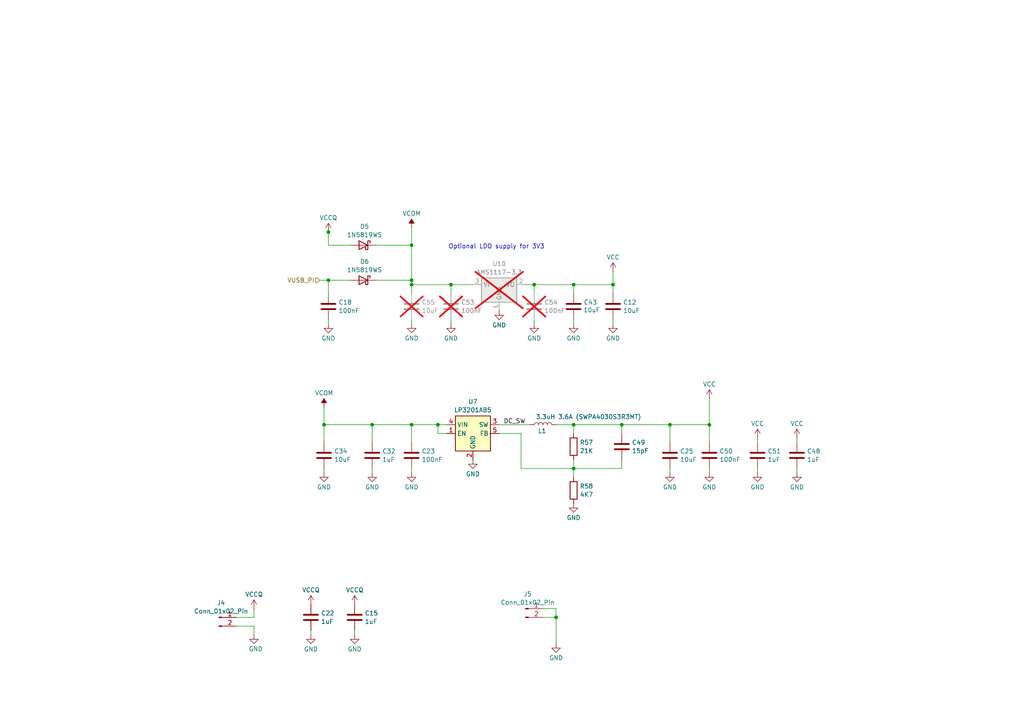
<source format=kicad_sch>
(kicad_sch (version 20250114) (generator "eeschema") (generator_version "9.0")
  (paper "A4")
  (lib_symbols
    (symbol "Connector:Conn_01x02_Pin" (pin_names (offset 1.016) (hide yes))
      (property "Reference" "J" (at 0 2.54 0))
      (property "Value" "Conn_01x02_Pin" (at 0 -5.08 0))
      (symbol "Conn_01x02_Pin_1_1"
        (rectangle (start 0.8636 0.127) (end 0 -0.127) (stroke (width 0.1524)) (fill (type outline)))
        (rectangle (start 0.8636 -2.413) (end 0 -2.667) (stroke (width 0.1524)) (fill (type outline)))
        (polyline (pts (xy 1.27 0) (xy 0.8636 0)) (stroke (width 0.1524)))
        (polyline (pts (xy 1.27 -2.54) (xy 0.8636 -2.54)) (stroke (width 0.1524)))
        (pin passive line (at 5.08 0 180) (length 3.81) (name "Pin_1") (number "1"))
        (pin passive line (at 5.08 -2.54 180) (length 3.81) (name "Pin_2") (number "2"))
      )
    )
    (symbol "Device:C" (pin_numbers (hide yes)) (pin_names (offset 0.254))
      (property "Reference" "C" (at 0.635 2.54 0))
      (property "Value" "C" (at 0.635 -2.54 0))
      (symbol "C_0_1"
        (polyline (pts (xy -2.032 0.762) (xy 2.032 0.762)) (stroke (width 0.508)))
        (polyline (pts (xy -2.032 -0.762) (xy 2.032 -0.762)) (stroke (width 0.508)))
      )
      (symbol "C_1_1"
        (pin passive line (at 0 3.81 270) (length 2.794) (name "~") (number "1"))
        (pin passive line (at 0 -3.81 90) (length 2.794) (name "~") (number "2"))
      )
    )
    (symbol "Device:L" (pin_numbers (hide yes)) (pin_names (offset 1.016) (hide yes))
      (property "Reference" "L" (at -1.27 0 90))
      (property "Value" "L" (at 1.905 0 90))
      (symbol "L_0_1"
        (arc (start 0 2.54) (mid 0.6323 1.905) (end 0 1.27))
        (arc (start 0 1.27) (mid 0.6323 0.635) (end 0 0))
        (arc (start 0 0) (mid 0.6323 -0.635) (end 0 -1.27))
        (arc (start 0 -1.27) (mid 0.6323 -1.905) (end 0 -2.54))
      )
      (symbol "L_1_1"
        (pin passive line (at 0 3.81 270) (length 1.27) (name "1") (number "1"))
        (pin passive line (at 0 -3.81 90) (length 1.27) (name "2") (number "2"))
      )
    )
    (symbol "Device:R" (pin_numbers (hide yes)) (pin_names (offset 0))
      (property "Reference" "R" (at 2.032 0 90))
      (property "Value" "R" (at 0 0 90))
      (symbol "R_0_1"
        (rectangle (start -1.016 -2.54) (end 1.016 2.54) (stroke (width 0.254)))
      )
      (symbol "R_1_1"
        (pin passive line (at 0 3.81 270) (length 1.27) (name "~") (number "1"))
        (pin passive line (at 0 -3.81 90) (length 1.27) (name "~") (number "2"))
      )
    )
    (symbol "Diode:1N5819WS" (pin_numbers (hide yes)) (pin_names (offset 1.016) (hide yes))
      (property "Reference" "D" (at 0 2.54 0))
      (property "Value" "1N5819WS" (at 0 -2.54 0))
      (symbol "1N5819WS_0_1"
        (polyline (pts (xy -1.905 0.635) (xy -1.905 1.27) (xy -1.27 1.27) (xy -1.27 -1.27) (xy -0.635 -1.27) (xy -0.635 -0.635)) (stroke (width 0.254)))
        (polyline (pts (xy 1.27 1.27) (xy 1.27 -1.27) (xy -1.27 0) (xy 1.27 1.27)) (stroke (width 0.254)))
        (polyline (pts (xy 1.27 0) (xy -1.27 0)))
      )
      (symbol "1N5819WS_1_1"
        (pin passive line (at -3.81 0 0) (length 2.54) (name "K") (number "1"))
        (pin passive line (at 3.81 0 180) (length 2.54) (name "A") (number "2"))
      )
    )
    (symbol "Regulator_Linear:AMS1117-3.3"
      (property "Reference" "U" (at -3.81 3.175 0))
      (property "Value" "AMS1117-3.3" (at 0 3.175 0))
      (symbol "AMS1117-3.3_0_1"
        (rectangle (start -5.08 -5.08) (end 5.08 1.905) (stroke (width 0.254)) (fill (type background)))
      )
      (symbol "AMS1117-3.3_1_1"
        (pin power_in line (at -7.62 0 0) (length 2.54) (name "VI") (number "3"))
        (pin power_in line (at 0 -7.62 90) (length 2.54) (name "GND") (number "1"))
        (pin power_out line (at 7.62 0 180) (length 2.54) (name "VO") (number "2"))
      )
    )
    (symbol "Regulator_Switching:NCP1529A"
      (property "Reference" "U" (at -5.08 6.35 0))
      (property "Value" "NCP1529A" (at 0 6.35 0))
      (symbol "NCP1529A_0_1"
        (rectangle (start -5.08 5.08) (end 5.08 -5.08) (stroke (width 0.254)) (fill (type background)))
      )
      (symbol "NCP1529A_1_1"
        (pin power_in line (at -7.62 2.54 0) (length 2.54) (name "VIN") (number "4"))
        (pin input line (at -7.62 0 0) (length 2.54) (name "EN") (number "1"))
        (pin power_in line (at 0 -7.62 90) (length 2.54) (name "GND") (number "2"))
        (pin power_out line (at 7.62 2.54 180) (length 2.54) (name "SW") (number "3"))
        (pin input line (at 7.62 0 180) (length 2.54) (name "FB") (number "5"))
      )
    )
    (symbol "power:GND" (power) (pin_numbers (hide yes)) (pin_names (offset 0) (hide yes))
      (property "Value" "GND" (at 0 -3.81 0))
      (symbol "GND_0_1"
        (polyline (pts (xy 0 0) (xy 0 -1.27) (xy 1.27 -1.27) (xy 0 -2.54) (xy -1.27 -1.27) (xy 0 -1.27)))
      )
      (symbol "GND_1_1"
        (pin power_in line (at 0 0 270) (length 0) (name "~") (number "1"))
      )
    )
    (symbol "power:VCC" (power) (pin_numbers (hide yes)) (pin_names (offset 0) (hide yes))
      (property "Value" "VCC" (at 0 3.556 0))
      (symbol "VCC_0_1"
        (polyline (pts (xy -0.762 1.27) (xy 0 2.54)))
        (polyline (pts (xy 0 2.54) (xy 0.762 1.27)))
        (polyline (pts (xy 0 0) (xy 0 2.54)))
      )
      (symbol "VCC_1_1"
        (pin power_in line (at 0 0 90) (length 0) (name "~") (number "1"))
      )
    )
    (symbol "power:VCCQ" (power) (pin_numbers (hide yes)) (pin_names (offset 0) (hide yes))
      (property "Value" "VCCQ" (at 0 3.556 0))
      (symbol "VCCQ_0_1"
        (polyline (pts (xy -0.762 1.27) (xy 0 2.54)))
        (polyline (pts (xy 0 2.54) (xy 0.762 1.27)))
        (polyline (pts (xy 0 0) (xy 0 2.54)))
      )
      (symbol "VCCQ_1_1"
        (pin power_in line (at 0 0 90) (length 0) (name "~") (number "1"))
      )
    )
    (symbol "power:VCOM" (power) (pin_numbers (hide yes)) (pin_names (offset 0) (hide yes))
      (property "Value" "VCOM" (at 0 3.556 0))
      (symbol "VCOM_0_1"
        (polyline (pts (xy 0 0) (xy 0 2.54)))
        (polyline (pts (xy 0.762 1.27) (xy -0.762 1.27) (xy 0 2.54) (xy 0.762 1.27)) (fill (type outline)))
      )
      (symbol "VCOM_1_1"
        (pin power_in line (at 0 0 90) (length 0) (name "~") (number "1"))
      )
    )
  )
  (text "Optional LDO supply for 3V3\n" (at 144.018 71.628 0) (effects (font (size 1.27 1.27))))
  (junction (at 180.34 123.19))
  (junction (at 161.29 179.07))
  (junction (at 154.94 82.55))
  (junction (at 194.31 123.19))
  (junction (at 177.8 82.55))
  (junction (at 95.25 81.28))
  (junction (at 107.95 123.19))
  (junction (at 166.37 123.19))
  (junction (at 130.81 82.55))
  (junction (at 95.25 67.31))
  (junction (at 166.37 82.55))
  (junction (at 127 123.19))
  (junction (at 205.74 123.19))
  (junction (at 119.38 71.12))
  (junction (at 119.38 82.55))
  (junction (at 93.98 123.19))
  (junction (at 119.38 123.19))
  (junction (at 166.37 135.89))
  (junction (at 119.38 81.28))
  (wire (pts (xy 166.37 82.55) (xy 177.8 82.55)))
  (wire (pts (xy 127 125.73) (xy 127 123.19)))
  (wire (pts (xy 154.94 82.55) (xy 166.37 82.55)))
  (wire (pts (xy 151.13 125.73) (xy 151.13 135.89)))
  (wire (pts (xy 151.13 135.89) (xy 166.37 135.89)))
  (wire (pts (xy 130.81 82.55) (xy 119.38 82.55)))
  (wire (pts (xy 95.25 81.28) (xy 95.25 85.09)))
  (wire (pts (xy 107.95 123.19) (xy 93.98 123.19)))
  (wire (pts (xy 180.34 135.89) (xy 180.34 133.35)))
  (wire (pts (xy 102.87 184.15) (xy 102.87 182.88)))
  (wire (pts (xy 231.14 137.16) (xy 231.14 135.89)))
  (wire (pts (xy 95.25 71.12) (xy 95.25 67.31)))
  (wire (pts (xy 205.74 135.89) (xy 205.74 137.16)))
  (wire (pts (xy 90.17 184.15) (xy 90.17 182.88)))
  (wire (pts (xy 109.22 81.28) (xy 119.38 81.28)))
  (wire (pts (xy 68.58 179.07) (xy 73.66 179.07)))
  (wire (pts (xy 205.74 123.19) (xy 205.74 128.27)))
  (wire (pts (xy 194.31 135.89) (xy 194.31 137.16)))
  (wire (pts (xy 119.38 123.19) (xy 119.38 128.27)))
  (wire (pts (xy 152.4 82.55) (xy 154.94 82.55)))
  (wire (pts (xy 129.54 125.73) (xy 127 125.73)))
  (wire (pts (xy 180.34 123.19) (xy 194.31 123.19)))
  (wire (pts (xy 177.8 82.55) (xy 177.8 85.09)))
  (wire (pts (xy 93.98 123.19) (xy 93.98 118.11)))
  (wire (pts (xy 93.98 123.19) (xy 93.98 128.27)))
  (wire (pts (xy 154.94 82.55) (xy 154.94 85.09)))
  (wire (pts (xy 130.81 92.71) (xy 130.81 93.98)))
  (wire (pts (xy 95.25 67.31) (xy 95.25 66.04)))
  (wire (pts (xy 154.94 92.71) (xy 154.94 93.98)))
  (wire (pts (xy 161.29 176.53) (xy 161.29 179.07)))
  (wire (pts (xy 205.74 115.57) (xy 205.74 123.19)))
  (wire (pts (xy 219.71 127) (xy 219.71 128.27)))
  (wire (pts (xy 119.38 135.89) (xy 119.38 137.16)))
  (wire (pts (xy 101.6 81.28) (xy 95.25 81.28)))
  (wire (pts (xy 127 123.19) (xy 119.38 123.19)))
  (wire (pts (xy 109.22 71.12) (xy 119.38 71.12)))
  (wire (pts (xy 73.66 179.07) (xy 73.66 176.53)))
  (wire (pts (xy 95.25 92.71) (xy 95.25 93.98)))
  (wire (pts (xy 137.16 82.55) (xy 130.81 82.55)))
  (wire (pts (xy 166.37 82.55) (xy 166.37 85.09)))
  (wire (pts (xy 231.14 127) (xy 231.14 128.27)))
  (wire (pts (xy 73.66 181.61) (xy 73.66 184.15)))
  (wire (pts (xy 93.98 135.89) (xy 93.98 137.16)))
  (wire (pts (xy 194.31 123.19) (xy 194.31 128.27)))
  (wire (pts (xy 129.54 123.19) (xy 127 123.19)))
  (wire (pts (xy 119.38 71.12) (xy 119.38 81.28)))
  (wire (pts (xy 130.81 82.55) (xy 130.81 85.09)))
  (wire (pts (xy 157.48 179.07) (xy 161.29 179.07)))
  (wire (pts (xy 166.37 92.71) (xy 166.37 93.98)))
  (wire (pts (xy 194.31 123.19) (xy 205.74 123.19)))
  (wire (pts (xy 101.6 71.12) (xy 95.25 71.12)))
  (wire (pts (xy 119.38 92.71) (xy 119.38 93.98)))
  (wire (pts (xy 119.38 123.19) (xy 107.95 123.19)))
  (wire (pts (xy 177.8 82.55) (xy 177.8 78.74)))
  (wire (pts (xy 107.95 123.19) (xy 107.95 128.27)))
  (wire (pts (xy 107.95 137.16) (xy 107.95 135.89)))
  (wire (pts (xy 166.37 133.35) (xy 166.37 135.89)))
  (wire (pts (xy 144.78 123.19) (xy 153.67 123.19)))
  (wire (pts (xy 166.37 135.89) (xy 180.34 135.89)))
  (wire (pts (xy 157.48 176.53) (xy 161.29 176.53)))
  (wire (pts (xy 95.25 81.28) (xy 92.71 81.28)))
  (wire (pts (xy 177.8 92.71) (xy 177.8 93.98)))
  (wire (pts (xy 166.37 135.89) (xy 166.37 138.43)))
  (wire (pts (xy 166.37 123.19) (xy 166.37 125.73)))
  (wire (pts (xy 161.29 179.07) (xy 161.29 186.69)))
  (wire (pts (xy 161.29 123.19) (xy 166.37 123.19)))
  (wire (pts (xy 219.71 137.16) (xy 219.71 135.89)))
  (wire (pts (xy 68.58 181.61) (xy 73.66 181.61)))
  (wire (pts (xy 144.78 125.73) (xy 151.13 125.73)))
  (wire (pts (xy 119.38 82.55) (xy 119.38 81.28)))
  (wire (pts (xy 119.38 82.55) (xy 119.38 85.09)))
  (wire (pts (xy 180.34 123.19) (xy 180.34 125.73)))
  (wire (pts (xy 119.38 66.04) (xy 119.38 71.12)))
  (wire (pts (xy 166.37 123.19) (xy 180.34 123.19)))
  (label "DC_SW" (at 146.05 123.19 0))
  (hierarchical_label "VUSB_PI" (shape input) (at 92.71 81.28 180))
  (symbol (lib_id "Device:C") (at 180.34 129.54 0) (unit 1)
    (property "Reference" "C49" (at 183.261 128.3278 0) (effects (justify left)))
    (property "Value" "15pF" (at 183.261 130.7521 0) (effects (justify left)))
    (property "Footprint" "Capacitor_SMD:C_0603_1608Metric_Pad1.08x0.95mm_HandSolder" (effects (hide yes)))
    (property "Description" "Unpolarized capacitor" (effects (hide yes)))
    (property "LCSC" "C1644" (effects (hide yes)))
  )
  (symbol (lib_id "power:GND") (at 219.71 137.16 0) (unit 1)
    (property "Reference" "#PWR0151" (effects (hide yes)))
    (property "Value" "GND" (at 219.71 141.2931 0))
    (property "Description" "Power symbol creates a global label with name \"GND\" , ground" (effects (hide yes)))
  )
  (symbol (lib_id "power:GND") (at 102.87 184.15 0) (unit 1)
    (property "Reference" "#PWR0163" (effects (hide yes)))
    (property "Value" "GND" (at 102.87 188.2831 0))
    (property "Description" "Power symbol creates a global label with name \"GND\" , ground" (effects (hide yes)))
  )
  (symbol (lib_id "power:GND") (at 144.78 90.17 0) (unit 1)
    (property "Reference" "#PWR089" (effects (hide yes)))
    (property "Value" "GND" (at 144.78 94.3031 0))
    (property "Description" "Power symbol creates a global label with name \"GND\" , ground" (effects (hide yes)))
  )
  (symbol (lib_id "power:GND") (at 73.66 184.15 0) (unit 1)
    (property "Reference" "#PWR0119" (effects (hide yes)))
    (property "Value" "GND" (at 74.168 188.214 0))
    (property "Description" "Power symbol creates a global label with name \"GND\" , ground" (effects (hide yes)))
  )
  (symbol (lib_id "Device:C") (at 107.95 132.08 0) (unit 1)
    (property "Reference" "C32" (at 110.871 130.8678 0) (effects (justify left)))
    (property "Value" "1uF" (at 110.871 133.2921 0) (effects (justify left)))
    (property "Footprint" "Capacitor_SMD:C_0402_1005Metric_Pad0.74x0.62mm_HandSolder" (effects (hide yes)))
    (property "Description" "Unpolarized capacitor" (effects (hide yes)))
    (property "LCSC" "C52923" (effects (hide yes)))
  )
  (symbol (lib_id "Device:C") (at 93.98 132.08 0) (unit 1)
    (property "Reference" "C34" (at 96.901 130.8678 0) (effects (justify left)))
    (property "Value" "10uF" (at 96.901 133.2921 0) (effects (justify left)))
    (property "Footprint" "Capacitor_SMD:C_0805_2012Metric_Pad1.18x1.45mm_HandSolder" (effects (hide yes)))
    (property "Description" "Unpolarized capacitor" (effects (hide yes)))
    (property "LCSC" "C440198" (effects (hide yes)))
  )
  (symbol (lib_id "power:GND") (at 119.38 93.98 0) (unit 1)
    (property "Reference" "#PWR087" (effects (hide yes)))
    (property "Value" "GND" (at 119.38 98.1131 0))
    (property "Description" "Power symbol creates a global label with name \"GND\" , ground" (effects (hide yes)))
  )
  (symbol (lib_id "Connector:Conn_01x02_Pin") (at 63.5 179.07 0) (unit 1)
    (property "Reference" "J4" (at 64.135 174.8493 0))
    (property "Value" "Conn_01x02_Pin" (at 64.135 177.2736 0))
    (property "Footprint" "Connector_PinHeader_2.54mm:PinHeader_1x02_P2.54mm_Vertical" (effects (hide yes)))
    (property "Description" "Generic connector, single row, 01x02, script generated" (effects (hide yes)))
  )
  (symbol (lib_id "power:GND") (at 95.25 93.98 0) (unit 1)
    (property "Reference" "#PWR0143" (effects (hide yes)))
    (property "Value" "GND" (at 95.25 98.1131 0))
    (property "Description" "Power symbol creates a global label with name \"GND\" , ground" (effects (hide yes)))
  )
  (symbol (lib_id "Device:C") (at 130.81 88.9 0) (unit 1) (dnp yes)
    (property "Reference" "C53" (at 133.731 87.6878 0) (effects (justify left)))
    (property "Value" "100nF" (at 133.731 90.1121 0) (effects (justify left)))
    (property "Footprint" "Capacitor_SMD:C_0603_1608Metric_Pad1.08x0.95mm_HandSolder" (effects (hide yes)))
    (property "Description" "Unpolarized capacitor" (effects (hide yes)))
    (property "LCSC" "C14663" (effects (hide yes)))
  )
  (symbol (lib_id "power:GND") (at 205.74 137.16 0) (unit 1)
    (property "Reference" "#PWR0133" (effects (hide yes)))
    (property "Value" "GND" (at 205.74 141.2931 0))
    (property "Description" "Power symbol creates a global label with name \"GND\" , ground" (effects (hide yes)))
  )
  (symbol (lib_id "power:GND") (at 154.94 93.98 0) (unit 1)
    (property "Reference" "#PWR090" (effects (hide yes)))
    (property "Value" "GND" (at 154.94 98.1131 0))
    (property "Description" "Power symbol creates a global label with name \"GND\" , ground" (effects (hide yes)))
  )
  (symbol (lib_id "Device:C") (at 119.38 88.9 0) (unit 1) (dnp yes)
    (property "Reference" "C55" (at 122.301 87.6878 0) (effects (justify left)))
    (property "Value" "10uF" (at 122.301 90.1121 0) (effects (justify left)))
    (property "Footprint" "Capacitor_SMD:C_0805_2012Metric_Pad1.18x1.45mm_HandSolder" (effects (hide yes)))
    (property "Description" "Unpolarized capacitor" (effects (hide yes)))
    (property "LCSC" "C440198" (effects (hide yes)))
  )
  (symbol (lib_id "power:GND") (at 231.14 137.16 0) (unit 1)
    (property "Reference" "#PWR0153" (effects (hide yes)))
    (property "Value" "GND" (at 231.14 141.2931 0))
    (property "Description" "Power symbol creates a global label with name \"GND\" , ground" (effects (hide yes)))
  )
  (symbol (lib_id "power:VCCQ") (at 102.87 175.26 0) (unit 1)
    (property "Reference" "#PWR0162" (effects (hide yes)))
    (property "Value" "VCCQ" (at 102.87 171.1269 0))
    (property "Description" "Power symbol creates a global label with name \"VCCQ\"" (effects (hide yes)))
  )
  (symbol (lib_id "Device:C") (at 166.37 88.9 0) (unit 1)
    (property "Reference" "C43" (at 169.291 87.6878 0) (effects (justify left)))
    (property "Value" "10uF" (at 169.164 89.916 0) (effects (justify left)))
    (property "Footprint" "Capacitor_SMD:C_0805_2012Metric_Pad1.18x1.45mm_HandSolder" (effects (hide yes)))
    (property "Description" "Unpolarized capacitor" (effects (hide yes)))
    (property "LCSC" "C440198" (effects (hide yes)))
  )
  (symbol (lib_id "power:VCC") (at 231.14 127 0) (unit 1)
    (property "Reference" "#PWR0152" (effects (hide yes)))
    (property "Value" "VCC" (at 231.14 122.8669 0))
    (property "Description" "Power symbol creates a global label with name \"VCC\"" (effects (hide yes)))
  )
  (symbol (lib_id "Device:C") (at 219.71 132.08 0) (unit 1)
    (property "Reference" "C51" (at 222.631 130.8678 0) (effects (justify left)))
    (property "Value" "1uF" (at 222.631 133.2921 0) (effects (justify left)))
    (property "Footprint" "Capacitor_SMD:C_0402_1005Metric_Pad0.74x0.62mm_HandSolder" (effects (hide yes)))
    (property "Description" "Unpolarized capacitor" (effects (hide yes)))
    (property "LCSC" "C52923" (effects (hide yes)))
  )
  (symbol (lib_id "power:GND") (at 177.8 93.98 0) (unit 1)
    (property "Reference" "#PWR093" (effects (hide yes)))
    (property "Value" "GND" (at 177.8 98.1131 0))
    (property "Description" "Power symbol creates a global label with name \"GND\" , ground" (effects (hide yes)))
  )
  (symbol (lib_id "power:VCC") (at 177.8 78.74 0) (unit 1)
    (property "Reference" "#PWR092" (effects (hide yes)))
    (property "Value" "VCC" (at 177.8 74.6069 0))
    (property "Description" "Power symbol creates a global label with name \"VCC\"" (effects (hide yes)))
  )
  (symbol (lib_id "Device:R") (at 166.37 142.24 0) (unit 1)
    (property "Reference" "R58" (at 168.148 141.0278 0) (effects (justify left)))
    (property "Value" "4K7" (at 168.148 143.4521 0) (effects (justify left)))
    (property "Footprint" "Resistor_SMD:R_0603_1608Metric_Pad0.98x0.95mm_HandSolder" (effects (hide yes)))
    (property "Description" "Resistor" (effects (hide yes)))
    (property "LCSC" "C23162" (effects (hide yes)))
  )
  (symbol (lib_id "Device:R") (at 166.37 129.54 0) (unit 1)
    (property "Reference" "R57" (at 168.148 128.3278 0) (effects (justify left)))
    (property "Value" "21K" (at 168.148 130.7521 0) (effects (justify left)))
    (property "Footprint" "Resistor_SMD:R_0603_1608Metric_Pad0.98x0.95mm_HandSolder" (effects (hide yes)))
    (property "Description" "Resistor" (effects (hide yes)))
    (property "LCSC" "C22956" (effects (hide yes)))
  )
  (symbol (lib_id "Diode:1N5819WS") (at 105.41 71.12 0) (mirror y) (unit 1)
    (property "Reference" "D5" (at 105.7275 65.7055 0))
    (property "Value" "1N5819WS" (at 105.7275 68.1298 0))
    (property "Footprint" "Diode_SMD:D_SOD-323" (effects (hide yes)))
    (property "Datasheet" "https://datasheet.lcsc.com/lcsc/2204281430_Guangdong-Hottech-1N5819WS_C191023.pdf" (effects (hide yes)))
    (property "Description" "40V 600mV@1A 1A SOD-323 Schottky Barrier Diodes, SOD-323" (effects (hide yes)))
    (property "LCSC" "C191023" (effects (hide yes)))
  )
  (symbol (lib_id "power:GND") (at 137.16 133.35 0) (unit 1)
    (property "Reference" "#PWR0125" (effects (hide yes)))
    (property "Value" "GND" (at 137.16 137.4831 0))
    (property "Description" "Power symbol creates a global label with name \"GND\" , ground" (effects (hide yes)))
  )
  (symbol (lib_id "power:GND") (at 93.98 137.16 0) (unit 1)
    (property "Reference" "#PWR0131" (effects (hide yes)))
    (property "Value" "GND" (at 93.98 141.2931 0))
    (property "Description" "Power symbol creates a global label with name \"GND\" , ground" (effects (hide yes)))
  )
  (symbol (lib_id "Device:C") (at 95.25 88.9 0) (unit 1)
    (property "Reference" "C18" (at 98.171 87.6878 0) (effects (justify left)))
    (property "Value" "100nF" (at 98.171 90.1121 0) (effects (justify left)))
    (property "Footprint" "Capacitor_SMD:C_0603_1608Metric_Pad1.08x0.95mm_HandSolder" (effects (hide yes)))
    (property "Description" "Unpolarized capacitor" (effects (hide yes)))
    (property "LCSC" "C14663" (effects (hide yes)))
  )
  (symbol (lib_id "power:GND") (at 166.37 93.98 0) (unit 1)
    (property "Reference" "#PWR091" (effects (hide yes)))
    (property "Value" "GND" (at 166.37 98.1131 0))
    (property "Description" "Power symbol creates a global label with name \"GND\" , ground" (effects (hide yes)))
  )
  (symbol (lib_id "power:VCOM") (at 119.38 66.04 0) (unit 1)
    (property "Reference" "#PWR0124" (effects (hide yes)))
    (property "Value" "VCOM" (at 119.38 61.9069 0))
    (property "Description" "Power symbol creates a global label with name \"VCOM\"" (effects (hide yes)))
  )
  (symbol (lib_id "Connector:Conn_01x02_Pin") (at 152.4 176.53 0) (unit 1)
    (property "Reference" "J5" (at 153.035 172.3093 0))
    (property "Value" "Conn_01x02_Pin" (at 153.035 174.7336 0))
    (property "Footprint" "Connector_PinHeader_2.54mm:PinHeader_1x02_P2.54mm_Vertical" (effects (hide yes)))
    (property "Description" "Generic connector, single row, 01x02, script generated" (effects (hide yes)))
  )
  (symbol (lib_id "Device:L") (at 157.48 123.19 90) (unit 1)
    (property "Reference" "L1" (at 157.226 124.968 90))
    (property "Value" "3.3uH 3.6A (SWPA4030S3R3MT)" (at 170.688 120.904 90))
    (property "Footprint" "Inductor_SMD:L_APV_ANR5040" (effects (hide yes)))
    (property "Description" "Inductor" (effects (hide yes)))
    (property "LCSC" "C15269" (effects (hide yes)))
  )
  (symbol (lib_id "power:GND") (at 119.38 137.16 0) (unit 1)
    (property "Reference" "#PWR0132" (effects (hide yes)))
    (property "Value" "GND" (at 119.38 141.2931 0))
    (property "Description" "Power symbol creates a global label with name \"GND\" , ground" (effects (hide yes)))
  )
  (symbol (lib_id "power:GND") (at 166.37 146.05 0) (unit 1)
    (property "Reference" "#PWR0128" (effects (hide yes)))
    (property "Value" "GND" (at 166.37 150.1831 0))
    (property "Description" "Power symbol creates a global label with name \"GND\" , ground" (effects (hide yes)))
  )
  (symbol (lib_id "power:VCCQ") (at 95.25 67.31 0) (unit 1)
    (property "Reference" "#PWR086" (effects (hide yes)))
    (property "Value" "VCCQ" (at 95.25 63.1769 0))
    (property "Description" "Power symbol creates a global label with name \"VCCQ\"" (effects (hide yes)))
  )
  (symbol (lib_id "power:VCCQ") (at 73.66 176.53 0) (unit 1)
    (property "Reference" "#PWR0118" (effects (hide yes)))
    (property "Value" "VCCQ" (at 73.66 172.3969 0))
    (property "Description" "Power symbol creates a global label with name \"VCCQ\"" (effects (hide yes)))
  )
  (symbol (lib_id "power:VCC") (at 219.71 127 0) (unit 1)
    (property "Reference" "#PWR0150" (effects (hide yes)))
    (property "Value" "VCC" (at 219.71 122.8669 0))
    (property "Description" "Power symbol creates a global label with name \"VCC\"" (effects (hide yes)))
  )
  (symbol (lib_id "Device:C") (at 205.74 132.08 0) (unit 1)
    (property "Reference" "C50" (at 208.661 130.8678 0) (effects (justify left)))
    (property "Value" "100nF" (at 208.661 133.2921 0) (effects (justify left)))
    (property "Footprint" "Capacitor_SMD:C_0603_1608Metric_Pad1.08x0.95mm_HandSolder" (effects (hide yes)))
    (property "Description" "Unpolarized capacitor" (effects (hide yes)))
    (property "LCSC" "C14663" (effects (hide yes)))
  )
  (symbol (lib_id "power:VCCQ") (at 90.17 175.26 0) (unit 1)
    (property "Reference" "#PWR0161" (effects (hide yes)))
    (property "Value" "VCCQ" (at 90.17 171.1269 0))
    (property "Description" "Power symbol creates a global label with name \"VCCQ\"" (effects (hide yes)))
  )
  (symbol (lib_id "Device:C") (at 119.38 132.08 0) (unit 1)
    (property "Reference" "C23" (at 122.301 130.8678 0) (effects (justify left)))
    (property "Value" "100nF" (at 122.301 133.2921 0) (effects (justify left)))
    (property "Footprint" "Capacitor_SMD:C_0603_1608Metric_Pad1.08x0.95mm_HandSolder" (effects (hide yes)))
    (property "Description" "Unpolarized capacitor" (effects (hide yes)))
    (property "LCSC" "C14663" (effects (hide yes)))
  )
  (symbol (lib_id "power:GND") (at 161.29 186.69 0) (unit 1)
    (property "Reference" "#PWR0108" (effects (hide yes)))
    (property "Value" "GND" (at 161.29 190.8231 0))
    (property "Description" "Power symbol creates a global label with name \"GND\" , ground" (effects (hide yes)))
  )
  (symbol (lib_id "Device:C") (at 154.94 88.9 0) (unit 1) (dnp yes)
    (property "Reference" "C54" (at 157.861 87.6878 0) (effects (justify left)))
    (property "Value" "100nF" (at 157.861 90.1121 0) (effects (justify left)))
    (property "Footprint" "Capacitor_SMD:C_0603_1608Metric_Pad1.08x0.95mm_HandSolder" (effects (hide yes)))
    (property "Description" "Unpolarized capacitor" (effects (hide yes)))
    (property "LCSC" "C14663" (effects (hide yes)))
  )
  (symbol (lib_id "Device:C") (at 90.17 179.07 0) (unit 1)
    (property "Reference" "C22" (at 93.091 177.8578 0) (effects (justify left)))
    (property "Value" "1uF" (at 93.091 180.2821 0) (effects (justify left)))
    (property "Footprint" "Capacitor_SMD:C_0402_1005Metric_Pad0.74x0.62mm_HandSolder" (effects (hide yes)))
    (property "Description" "Unpolarized capacitor" (effects (hide yes)))
    (property "LCSC" "C52923" (effects (hide yes)))
  )
  (symbol (lib_id "power:VCC") (at 205.74 115.57 0) (unit 1)
    (property "Reference" "#PWR0129" (effects (hide yes)))
    (property "Value" "VCC" (at 205.74 111.4369 0))
    (property "Description" "Power symbol creates a global label with name \"VCC\"" (effects (hide yes)))
  )
  (symbol (lib_id "power:VCOM") (at 93.98 118.11 0) (unit 1)
    (property "Reference" "#PWR0127" (effects (hide yes)))
    (property "Value" "VCOM" (at 93.98 113.9769 0))
    (property "Description" "Power symbol creates a global label with name \"VCOM\"" (effects (hide yes)))
  )
  (symbol (lib_id "Regulator_Linear:AMS1117-3.3") (at 144.78 82.55 0) (unit 1) (dnp yes)
    (property "Reference" "U10" (at 144.78 76.5005 0))
    (property "Value" "AMS1117-3.3" (at 144.78 78.9248 0))
    (property "Footprint" "Package_TO_SOT_SMD:SOT-223-3_TabPin2" (effects (hide yes)))
    (property "Datasheet" "http://www.advanced-monolithic.com/pdf/ds1117.pdf" (effects (hide yes)))
    (property "Description" "1A Low Dropout regulator, positive, 3.3V fixed output, SOT-223" (effects (hide yes)))
  )
  (symbol (lib_id "Regulator_Switching:NCP1529A") (at 137.16 125.73 0) (unit 1)
    (property "Reference" "U7" (at 137.16 116.5055 0))
    (property "Value" "LP3201AB5" (at 137.16 118.9298 0))
    (property "Footprint" "Package_TO_SOT_SMD:SOT-23-5" (effects (hide yes)))
    (property "Datasheet" "https://www.onsemi.com/pub/Collateral/NCP1529-D.PDF" (effects (hide yes)))
    (property "Description" "1.7MHz, 1A, High Efficiency, Low Ripple, Adjustable Output Voltage Step-down Converter, SOT-23-5" (effects (hide yes)))
    (property "LCSC" "C2890377" (effects (hide yes)))
  )
  (symbol (lib_id "Device:C") (at 102.87 179.07 0) (unit 1)
    (property "Reference" "C15" (at 105.791 177.8578 0) (effects (justify left)))
    (property "Value" "1uF" (at 105.791 180.2821 0) (effects (justify left)))
    (property "Footprint" "Capacitor_SMD:C_0402_1005Metric_Pad0.74x0.62mm_HandSolder" (effects (hide yes)))
    (property "Description" "Unpolarized capacitor" (effects (hide yes)))
    (property "LCSC" "C52923" (effects (hide yes)))
  )
  (symbol (lib_id "power:GND") (at 107.95 137.16 0) (unit 1)
    (property "Reference" "#PWR0159" (effects (hide yes)))
    (property "Value" "GND" (at 107.95 141.2931 0))
    (property "Description" "Power symbol creates a global label with name \"GND\" , ground" (effects (hide yes)))
  )
  (symbol (lib_id "power:GND") (at 194.31 137.16 0) (unit 1)
    (property "Reference" "#PWR0130" (effects (hide yes)))
    (property "Value" "GND" (at 194.31 141.2931 0))
    (property "Description" "Power symbol creates a global label with name \"GND\" , ground" (effects (hide yes)))
  )
  (symbol (lib_id "power:GND") (at 130.81 93.98 0) (unit 1)
    (property "Reference" "#PWR088" (effects (hide yes)))
    (property "Value" "GND" (at 130.81 98.1131 0))
    (property "Description" "Power symbol creates a global label with name \"GND\" , ground" (effects (hide yes)))
  )
  (symbol (lib_id "Diode:1N5819WS") (at 105.41 81.28 0) (mirror y) (unit 1)
    (property "Reference" "D6" (at 105.7275 75.8655 0))
    (property "Value" "1N5819WS" (at 105.7275 78.2898 0))
    (property "Footprint" "Diode_SMD:D_SOD-323" (effects (hide yes)))
    (property "Datasheet" "https://datasheet.lcsc.com/lcsc/2204281430_Guangdong-Hottech-1N5819WS_C191023.pdf" (effects (hide yes)))
    (property "Description" "40V 600mV@1A 1A SOD-323 Schottky Barrier Diodes, SOD-323" (effects (hide yes)))
    (property "LCSC" "C191023" (effects (hide yes)))
  )
  (symbol (lib_id "Device:C") (at 194.31 132.08 0) (unit 1)
    (property "Reference" "C25" (at 197.231 130.8678 0) (effects (justify left)))
    (property "Value" "10uF" (at 197.231 133.2921 0) (effects (justify left)))
    (property "Footprint" "Capacitor_SMD:C_0805_2012Metric_Pad1.18x1.45mm_HandSolder" (effects (hide yes)))
    (property "Description" "Unpolarized capacitor" (effects (hide yes)))
    (property "LCSC" "C440198" (effects (hide yes)))
  )
  (symbol (lib_id "Device:C") (at 177.8 88.9 0) (unit 1)
    (property "Reference" "C12" (at 180.721 87.6878 0) (effects (justify left)))
    (property "Value" "10uF" (at 180.721 90.1121 0) (effects (justify left)))
    (property "Footprint" "Capacitor_SMD:C_0805_2012Metric_Pad1.18x1.45mm_HandSolder" (effects (hide yes)))
    (property "Description" "Unpolarized capacitor" (effects (hide yes)))
    (property "LCSC" "C440198" (effects (hide yes)))
  )
  (symbol (lib_id "Device:C") (at 231.14 132.08 0) (unit 1)
    (property "Reference" "C48" (at 234.061 130.8678 0) (effects (justify left)))
    (property "Value" "1uF" (at 234.061 133.2921 0) (effects (justify left)))
    (property "Footprint" "Capacitor_SMD:C_0402_1005Metric_Pad0.74x0.62mm_HandSolder" (effects (hide yes)))
    (property "Description" "Unpolarized capacitor" (effects (hide yes)))
    (property "LCSC" "C52923" (effects (hide yes)))
  )
  (symbol (lib_id "power:GND") (at 90.17 184.15 0) (unit 1)
    (property "Reference" "#PWR0160" (effects (hide yes)))
    (property "Value" "GND" (at 90.17 188.2831 0))
    (property "Description" "Power symbol creates a global label with name \"GND\" , ground" (effects (hide yes)))
  )
)
</source>
